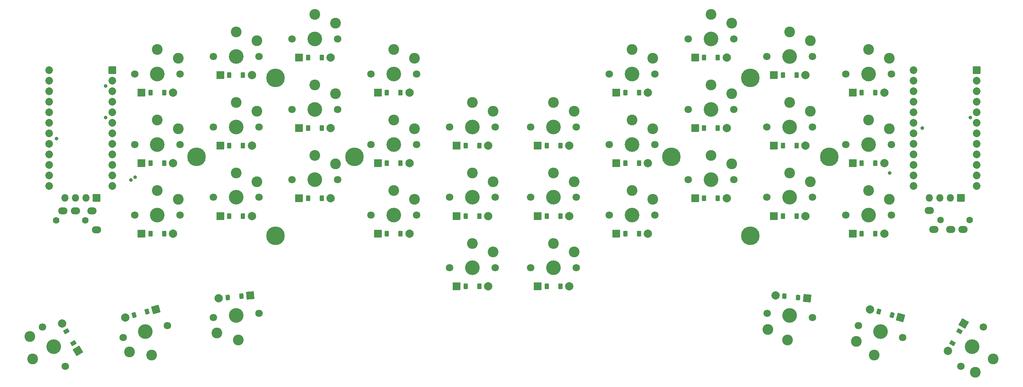
<source format=gbr>
%TF.GenerationSoftware,KiCad,Pcbnew,(6.0.4)*%
%TF.CreationDate,2022-07-03T23:33:08-04:00*%
%TF.ProjectId,glitch36,676c6974-6368-4333-962e-6b696361645f,v1.0.0*%
%TF.SameCoordinates,Original*%
%TF.FileFunction,Soldermask,Top*%
%TF.FilePolarity,Negative*%
%FSLAX46Y46*%
G04 Gerber Fmt 4.6, Leading zero omitted, Abs format (unit mm)*
G04 Created by KiCad (PCBNEW (6.0.4)) date 2022-07-03 23:33:08*
%MOMM*%
%LPD*%
G01*
G04 APERTURE LIST*
G04 Aperture macros list*
%AMRoundRect*
0 Rectangle with rounded corners*
0 $1 Rounding radius*
0 $2 $3 $4 $5 $6 $7 $8 $9 X,Y pos of 4 corners*
0 Add a 4 corners polygon primitive as box body*
4,1,4,$2,$3,$4,$5,$6,$7,$8,$9,$2,$3,0*
0 Add four circle primitives for the rounded corners*
1,1,$1+$1,$2,$3*
1,1,$1+$1,$4,$5*
1,1,$1+$1,$6,$7*
1,1,$1+$1,$8,$9*
0 Add four rect primitives between the rounded corners*
20,1,$1+$1,$2,$3,$4,$5,0*
20,1,$1+$1,$4,$5,$6,$7,0*
20,1,$1+$1,$6,$7,$8,$9,0*
20,1,$1+$1,$8,$9,$2,$3,0*%
G04 Aperture macros list end*
%ADD10C,3.529000*%
%ADD11C,1.801800*%
%ADD12C,2.600000*%
%ADD13RoundRect,0.050000X-0.450000X-0.600000X0.450000X-0.600000X0.450000X0.600000X-0.450000X0.600000X0*%
%ADD14C,2.005000*%
%ADD15RoundRect,0.050000X-0.889000X-0.889000X0.889000X-0.889000X0.889000X0.889000X-0.889000X0.889000X0*%
%ADD16RoundRect,0.050000X0.500581X0.558497X-0.395994X0.636937X-0.500581X-0.558497X0.395994X-0.636937X0*%
%ADD17RoundRect,0.050000X0.963099X0.808136X-0.808136X0.963099X-0.963099X-0.808136X0.808136X-0.963099X0*%
%ADD18RoundRect,0.050000X0.589958X0.463087X-0.279375X0.696024X-0.589958X-0.463087X0.279375X-0.696024X0*%
%ADD19RoundRect,0.050000X1.088798X0.628618X-0.628618X1.088798X-1.088798X-0.628618X0.628618X-1.088798X0*%
%ADD20RoundRect,0.050000X-0.294615X0.689711X-0.744615X-0.089711X0.294615X-0.689711X0.744615X0.089711X0*%
%ADD21RoundRect,0.050000X-0.325397X1.214397X-1.214397X-0.325397X0.325397X-1.214397X1.214397X0.325397X0*%
%ADD22RoundRect,0.050000X0.395994X0.636937X-0.500581X0.558497X-0.395994X-0.636937X0.500581X-0.558497X0*%
%ADD23RoundRect,0.050000X0.808136X0.963099X-0.963099X0.808136X-0.808136X-0.963099X0.963099X-0.808136X0*%
%ADD24RoundRect,0.050000X0.279375X0.696024X-0.589958X0.463087X-0.279375X-0.696024X0.589958X-0.463087X0*%
%ADD25RoundRect,0.050000X0.628618X1.088798X-1.088798X0.628618X-0.628618X-1.088798X1.088798X-0.628618X0*%
%ADD26RoundRect,0.050000X0.744615X-0.089711X0.294615X0.689711X-0.744615X0.089711X-0.294615X-0.689711X0*%
%ADD27RoundRect,0.050000X1.214397X-0.325397X0.325397X1.214397X-1.214397X0.325397X-0.325397X-1.214397X0*%
%ADD28RoundRect,0.050000X-0.876300X0.876300X-0.876300X-0.876300X0.876300X-0.876300X0.876300X0.876300X0*%
%ADD29C,1.852600*%
%ADD30C,1.600000*%
%ADD31O,2.300000X1.700000*%
%ADD32O,1.800000X1.800000*%
%ADD33RoundRect,0.050000X-0.850000X-0.850000X0.850000X-0.850000X0.850000X0.850000X-0.850000X0.850000X0*%
%ADD34C,4.500000*%
%ADD35C,0.900000*%
G04 APERTURE END LIST*
D10*
%TO.C,S1*%
X0Y0D03*
D11*
X5500000Y0D03*
X-5500000Y0D03*
D12*
X5000000Y3800000D03*
X0Y5900000D03*
%TD*%
D13*
%TO.C,D1*%
X-1650000Y-4500000D03*
X1650000Y-4500000D03*
D14*
X3810000Y-4500000D03*
D15*
X-3810000Y-4500000D03*
%TD*%
D10*
%TO.C,S2*%
X0Y17000000D03*
D11*
X5500000Y17000000D03*
X-5500000Y17000000D03*
D12*
X5000000Y20800000D03*
X0Y22900000D03*
%TD*%
D13*
%TO.C,D2*%
X-1650000Y12500000D03*
X1650000Y12500000D03*
D14*
X3810000Y12500000D03*
D15*
X-3810000Y12500000D03*
%TD*%
D10*
%TO.C,S3*%
X0Y34000000D03*
D11*
X5500000Y34000000D03*
X-5500000Y34000000D03*
D12*
X5000000Y37800000D03*
X0Y39900000D03*
%TD*%
D13*
%TO.C,D3*%
X-1650000Y29500000D03*
X1650000Y29500000D03*
D14*
X3810000Y29500000D03*
D15*
X-3810000Y29500000D03*
%TD*%
D10*
%TO.C,S4*%
X19000000Y12750000D03*
D11*
X24500000Y12750000D03*
X13500000Y12750000D03*
D12*
X24000000Y16550000D03*
X19000000Y18650000D03*
%TD*%
D13*
%TO.C,D4*%
X17350000Y8250000D03*
X20650000Y8250000D03*
D14*
X22810000Y8250000D03*
D15*
X15190000Y8250000D03*
%TD*%
D10*
%TO.C,S5*%
X19000000Y29750000D03*
D11*
X24500000Y29750000D03*
X13500000Y29750000D03*
D12*
X24000000Y33550000D03*
X19000000Y35650000D03*
%TD*%
D13*
%TO.C,D5*%
X17350000Y25250000D03*
X20650000Y25250000D03*
D14*
X22810000Y25250000D03*
D15*
X15190000Y25250000D03*
%TD*%
D10*
%TO.C,S6*%
X19000000Y46750000D03*
D11*
X24500000Y46750000D03*
X13500000Y46750000D03*
D12*
X24000000Y50550000D03*
X19000000Y52650000D03*
%TD*%
D13*
%TO.C,D6*%
X17350000Y42250000D03*
X20650000Y42250000D03*
D14*
X22810000Y42250000D03*
D15*
X15190000Y42250000D03*
%TD*%
D10*
%TO.C,S7*%
X38000000Y21250000D03*
D11*
X43500000Y21250000D03*
X32500000Y21250000D03*
D12*
X43000000Y25050000D03*
X38000000Y27150000D03*
%TD*%
D13*
%TO.C,D7*%
X36350000Y16750000D03*
X39650000Y16750000D03*
D14*
X41810000Y16750000D03*
D15*
X34190000Y16750000D03*
%TD*%
D10*
%TO.C,S8*%
X38000000Y38250000D03*
D11*
X43500000Y38250000D03*
X32500000Y38250000D03*
D12*
X43000000Y42050000D03*
X38000000Y44150000D03*
%TD*%
D13*
%TO.C,D8*%
X36350000Y33750000D03*
X39650000Y33750000D03*
D14*
X41810000Y33750000D03*
D15*
X34190000Y33750000D03*
%TD*%
D10*
%TO.C,S9*%
X38000000Y55250000D03*
D11*
X43500000Y55250000D03*
X32500000Y55250000D03*
D12*
X43000000Y59050000D03*
X38000000Y61150000D03*
%TD*%
D13*
%TO.C,D9*%
X36350000Y50750000D03*
X39650000Y50750000D03*
D14*
X41810000Y50750000D03*
D15*
X34190000Y50750000D03*
%TD*%
D10*
%TO.C,S10*%
X57000000Y17000000D03*
D11*
X62500000Y17000000D03*
X51500000Y17000000D03*
D12*
X62000000Y20800000D03*
X57000000Y22900000D03*
%TD*%
D13*
%TO.C,D10*%
X55350000Y12500000D03*
X58650000Y12500000D03*
D14*
X60810000Y12500000D03*
D15*
X53190000Y12500000D03*
%TD*%
D10*
%TO.C,S11*%
X57000000Y34000000D03*
D11*
X62500000Y34000000D03*
X51500000Y34000000D03*
D12*
X62000000Y37800000D03*
X57000000Y39900000D03*
%TD*%
D13*
%TO.C,D11*%
X55350000Y29500000D03*
X58650000Y29500000D03*
D14*
X60810000Y29500000D03*
D15*
X53190000Y29500000D03*
%TD*%
D10*
%TO.C,S12*%
X57000000Y51000000D03*
D11*
X62500000Y51000000D03*
X51500000Y51000000D03*
D12*
X62000000Y54800000D03*
X57000000Y56900000D03*
%TD*%
D13*
%TO.C,D12*%
X55350000Y46500000D03*
X58650000Y46500000D03*
D14*
X60810000Y46500000D03*
D15*
X53190000Y46500000D03*
%TD*%
D10*
%TO.C,S13*%
X76000000Y12750000D03*
D11*
X81500000Y12750000D03*
X70500000Y12750000D03*
D12*
X81000000Y16550000D03*
X76000000Y18650000D03*
%TD*%
D13*
%TO.C,D13*%
X74350000Y8250000D03*
X77650000Y8250000D03*
D14*
X79810000Y8250000D03*
D15*
X72190000Y8250000D03*
%TD*%
D10*
%TO.C,S14*%
X76000000Y29750000D03*
D11*
X81500000Y29750000D03*
X70500000Y29750000D03*
D12*
X81000000Y33550000D03*
X76000000Y35650000D03*
%TD*%
D13*
%TO.C,D14*%
X74350000Y25250000D03*
X77650000Y25250000D03*
D14*
X79810000Y25250000D03*
D15*
X72190000Y25250000D03*
%TD*%
D10*
%TO.C,S15*%
X76000000Y46750000D03*
D11*
X81500000Y46750000D03*
X70500000Y46750000D03*
D12*
X81000000Y50550000D03*
X76000000Y52650000D03*
%TD*%
D13*
%TO.C,D15*%
X74350000Y42250000D03*
X77650000Y42250000D03*
D14*
X79810000Y42250000D03*
D15*
X72190000Y42250000D03*
%TD*%
D10*
%TO.C,S16*%
X57000000Y-11500000D03*
D11*
X51520929Y-11020643D03*
X62479071Y-11979357D03*
D12*
X51687835Y-14849761D03*
X56485781Y-17377549D03*
%TD*%
D16*
%TO.C,D16*%
X59035922Y-7160931D03*
X55748480Y-6873317D03*
D14*
X53596699Y-6685061D03*
D17*
X61187703Y-7349187D03*
%TD*%
D10*
%TO.C,S17*%
X78901748Y-15361869D03*
D11*
X73589156Y-13938364D03*
X84214340Y-16785374D03*
D12*
X73088606Y-17738292D03*
X77374716Y-21060831D03*
%TD*%
D18*
%TO.C,D17*%
X81660212Y-11442254D03*
X78472656Y-10588152D03*
D14*
X76386257Y-10029102D03*
D19*
X83746611Y-12001304D03*
%TD*%
D10*
%TO.C,S18*%
X101003830Y-19006910D03*
D11*
X98253830Y-23770050D03*
X103753830Y-14243770D03*
D12*
X101794727Y-25237037D03*
X106113380Y-21956910D03*
%TD*%
D20*
%TO.C,D18*%
X97931715Y-15327968D03*
X96281715Y-18185852D03*
D14*
X95201715Y-20056467D03*
D21*
X99011715Y-13457353D03*
%TD*%
D10*
%TO.C,S19*%
X-19550000Y0D03*
D11*
X-14050000Y0D03*
X-25050000Y0D03*
D12*
X-14550000Y3800000D03*
X-19550000Y5900000D03*
%TD*%
D13*
%TO.C,D19*%
X-21200000Y-4500000D03*
X-17900000Y-4500000D03*
D14*
X-15740000Y-4500000D03*
D15*
X-23360000Y-4500000D03*
%TD*%
D10*
%TO.C,S20*%
X-19550000Y17000000D03*
D11*
X-14050000Y17000000D03*
X-25050000Y17000000D03*
D12*
X-14550000Y20800000D03*
X-19550000Y22900000D03*
%TD*%
D13*
%TO.C,D20*%
X-21200000Y12500000D03*
X-17900000Y12500000D03*
D14*
X-15740000Y12500000D03*
D15*
X-23360000Y12500000D03*
%TD*%
D10*
%TO.C,S21*%
X-19550000Y34000000D03*
D11*
X-14050000Y34000000D03*
X-25050000Y34000000D03*
D12*
X-14550000Y37800000D03*
X-19550000Y39900000D03*
%TD*%
D13*
%TO.C,D21*%
X-21200000Y29500000D03*
X-17900000Y29500000D03*
D14*
X-15740000Y29500000D03*
D15*
X-23360000Y29500000D03*
%TD*%
D12*
%TO.C,S22*%
X-38550000Y18650000D03*
X-33550000Y16550000D03*
D11*
X-44050000Y12750000D03*
X-33050000Y12750000D03*
D10*
X-38550000Y12750000D03*
%TD*%
D13*
%TO.C,D22*%
X-40200000Y8250000D03*
X-36900000Y8250000D03*
D14*
X-34740000Y8250000D03*
D15*
X-42360000Y8250000D03*
%TD*%
D10*
%TO.C,S23*%
X-38550000Y29750000D03*
D11*
X-33050000Y29750000D03*
X-44050000Y29750000D03*
D12*
X-33550000Y33550000D03*
X-38550000Y35650000D03*
%TD*%
D13*
%TO.C,D23*%
X-40200000Y25250000D03*
X-36900000Y25250000D03*
D14*
X-34740000Y25250000D03*
D15*
X-42360000Y25250000D03*
%TD*%
D10*
%TO.C,S24*%
X-38550000Y46750000D03*
D11*
X-33050000Y46750000D03*
X-44050000Y46750000D03*
D12*
X-33550000Y50550000D03*
X-38550000Y52650000D03*
%TD*%
D13*
%TO.C,D24*%
X-40200000Y42250000D03*
X-36900000Y42250000D03*
D14*
X-34740000Y42250000D03*
D15*
X-42360000Y42250000D03*
%TD*%
D10*
%TO.C,S25*%
X-57550000Y21250000D03*
D11*
X-52050000Y21250000D03*
X-63050000Y21250000D03*
D12*
X-52550000Y25050000D03*
X-57550000Y27150000D03*
%TD*%
D13*
%TO.C,D25*%
X-59200000Y16750000D03*
X-55900000Y16750000D03*
D14*
X-53740000Y16750000D03*
D15*
X-61360000Y16750000D03*
%TD*%
D10*
%TO.C,S26*%
X-57550000Y38250000D03*
D11*
X-52050000Y38250000D03*
X-63050000Y38250000D03*
D12*
X-52550000Y42050000D03*
X-57550000Y44150000D03*
%TD*%
D13*
%TO.C,D26*%
X-59200000Y33750000D03*
X-55900000Y33750000D03*
D14*
X-53740000Y33750000D03*
D15*
X-61360000Y33750000D03*
%TD*%
D10*
%TO.C,S27*%
X-57550000Y55250000D03*
D11*
X-52050000Y55250000D03*
X-63050000Y55250000D03*
D12*
X-52550000Y59050000D03*
X-57550000Y61150000D03*
%TD*%
D13*
%TO.C,D27*%
X-59200000Y50750000D03*
X-55900000Y50750000D03*
D14*
X-53740000Y50750000D03*
D15*
X-61360000Y50750000D03*
%TD*%
D10*
%TO.C,S28*%
X-76550000Y17000000D03*
D11*
X-71050000Y17000000D03*
X-82050000Y17000000D03*
D12*
X-71550000Y20800000D03*
X-76550000Y22900000D03*
%TD*%
D13*
%TO.C,D28*%
X-78200000Y12500000D03*
X-74900000Y12500000D03*
D14*
X-72740000Y12500000D03*
D15*
X-80360000Y12500000D03*
%TD*%
D10*
%TO.C,S29*%
X-76550000Y34000000D03*
D11*
X-71050000Y34000000D03*
X-82050000Y34000000D03*
D12*
X-71550000Y37800000D03*
X-76550000Y39900000D03*
%TD*%
D13*
%TO.C,D29*%
X-78200000Y29500000D03*
X-74900000Y29500000D03*
D14*
X-72740000Y29500000D03*
D15*
X-80360000Y29500000D03*
%TD*%
D10*
%TO.C,S30*%
X-76550000Y51000000D03*
D11*
X-71050000Y51000000D03*
X-82050000Y51000000D03*
D12*
X-71550000Y54800000D03*
X-76550000Y56900000D03*
%TD*%
D13*
%TO.C,D30*%
X-78200000Y46500000D03*
X-74900000Y46500000D03*
D14*
X-72740000Y46500000D03*
D15*
X-80360000Y46500000D03*
%TD*%
D10*
%TO.C,S31*%
X-95550000Y12750000D03*
D11*
X-90050000Y12750000D03*
X-101050000Y12750000D03*
D12*
X-90550000Y16550000D03*
X-95550000Y18650000D03*
%TD*%
D13*
%TO.C,D31*%
X-97200000Y8250000D03*
X-93900000Y8250000D03*
D14*
X-91740000Y8250000D03*
D15*
X-99360000Y8250000D03*
%TD*%
D10*
%TO.C,S32*%
X-95550000Y29750000D03*
D11*
X-90050000Y29750000D03*
X-101050000Y29750000D03*
D12*
X-90550000Y33550000D03*
X-95550000Y35650000D03*
%TD*%
D13*
%TO.C,D32*%
X-97200000Y25250000D03*
X-93900000Y25250000D03*
D14*
X-91740000Y25250000D03*
D15*
X-99360000Y25250000D03*
%TD*%
D10*
%TO.C,S33*%
X-95550000Y46750000D03*
D11*
X-90050000Y46750000D03*
X-101050000Y46750000D03*
D12*
X-90550000Y50550000D03*
X-95550000Y52650000D03*
%TD*%
D13*
%TO.C,D33*%
X-97200000Y42250000D03*
X-93900000Y42250000D03*
D14*
X-91740000Y42250000D03*
D15*
X-99360000Y42250000D03*
%TD*%
D10*
%TO.C,S34*%
X-76550000Y-11500000D03*
D11*
X-82029071Y-11979357D03*
X-71070929Y-11020643D03*
D12*
X-81199782Y-15721319D03*
X-76035781Y-17377549D03*
%TD*%
D22*
%TO.C,D34*%
X-75298480Y-6873317D03*
X-78585922Y-7160931D03*
D14*
X-80737703Y-7349187D03*
D23*
X-73146699Y-6685061D03*
%TD*%
D10*
%TO.C,S35*%
X-98451748Y-15361869D03*
D11*
X-103764340Y-16785374D03*
X-93139156Y-13938364D03*
D12*
X-102297865Y-20326482D03*
X-96924716Y-21060831D03*
%TD*%
D24*
%TO.C,D35*%
X-98022656Y-10588152D03*
X-101210212Y-11442254D03*
D14*
X-103296611Y-12001304D03*
D25*
X-95936257Y-10029102D03*
%TD*%
D10*
%TO.C,S36*%
X-120553829Y-19006910D03*
D11*
X-123303829Y-14243770D03*
X-117803829Y-23770050D03*
D12*
X-126344726Y-16576783D03*
X-125663379Y-21956910D03*
%TD*%
D26*
%TO.C,D36*%
X-115831715Y-18185852D03*
X-117481715Y-15327968D03*
D14*
X-118561715Y-13457353D03*
D27*
X-114751715Y-20056467D03*
%TD*%
D28*
%TO.C,MCU1*%
X102120000Y47720000D03*
D29*
X102120000Y45180000D03*
X102120000Y42640000D03*
X102120000Y40100000D03*
X102120000Y37560000D03*
X102120000Y35020000D03*
X102120000Y32480000D03*
X102120000Y29940000D03*
X102120000Y27400000D03*
X102120000Y24860000D03*
X102120000Y22320000D03*
X102120000Y19780000D03*
X86880000Y47720000D03*
X86880000Y45180000D03*
X86880000Y42640000D03*
X86880000Y40100000D03*
X86880000Y37560000D03*
X86880000Y35020000D03*
X86880000Y32480000D03*
X86880000Y29940000D03*
X86880000Y27400000D03*
X86880000Y24860000D03*
X86880000Y22320000D03*
X86880000Y19780000D03*
%TD*%
D28*
%TO.C,MCU2*%
X-106430000Y47720000D03*
D29*
X-106430000Y45180000D03*
X-106430000Y42640000D03*
X-106430000Y40100000D03*
X-106430000Y37560000D03*
X-106430000Y35020000D03*
X-106430000Y32480000D03*
X-106430000Y29940000D03*
X-106430000Y27400000D03*
X-106430000Y24860000D03*
X-106430000Y22320000D03*
X-106430000Y19780000D03*
X-121670000Y47720000D03*
X-121670000Y45180000D03*
X-121670000Y42640000D03*
X-121670000Y40100000D03*
X-121670000Y37560000D03*
X-121670000Y35020000D03*
X-121670000Y32480000D03*
X-121670000Y29940000D03*
X-121670000Y27400000D03*
X-121670000Y24860000D03*
X-121670000Y22320000D03*
X-121670000Y19780000D03*
%TD*%
D30*
%TO.C,REF\u002A\u002A*%
X93400000Y11550000D03*
X100400000Y11550000D03*
D31*
X90700000Y13850000D03*
X91800000Y9250000D03*
X95800000Y9250000D03*
X98800000Y9250000D03*
%TD*%
D30*
%TO.C,REF\u002A\u002A*%
X-112950000Y11450000D03*
X-119950000Y11450000D03*
D31*
X-110250000Y9150000D03*
X-111350000Y13750000D03*
X-115350000Y13750000D03*
X-118350000Y13750000D03*
%TD*%
D32*
%TO.C,OLED1*%
X90680000Y16850000D03*
X93220000Y16850000D03*
X95760000Y16850000D03*
D33*
X98300000Y16850000D03*
%TD*%
D32*
%TO.C,OLED2*%
X-117870000Y16850000D03*
X-115330000Y16850000D03*
X-112790000Y16850000D03*
D33*
X-110250000Y16850000D03*
%TD*%
D34*
%TO.C,*%
X47500000Y45800000D03*
X47500000Y7700000D03*
X28450000Y26750000D03*
X66550000Y26750000D03*
%TD*%
%TO.C,*%
X-67050000Y45800000D03*
X-67050000Y7700000D03*
X-86100000Y26750000D03*
X-48000000Y26750000D03*
%TD*%
D35*
X100600000Y36300000D03*
X89024500Y33700000D03*
X81100000Y22875500D03*
X-108000000Y43900000D03*
X-108000000Y36300000D03*
X-119900000Y31200000D03*
X-101900000Y21175500D03*
X-100900000Y21900000D03*
M02*

</source>
